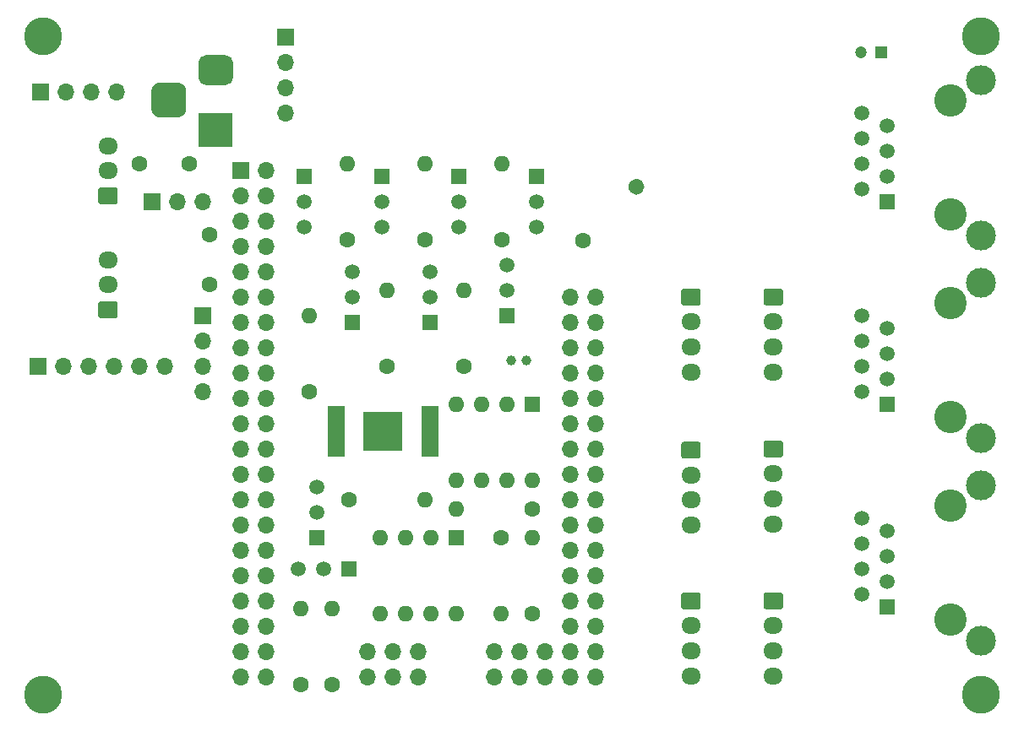
<source format=gbr>
%TF.GenerationSoftware,KiCad,Pcbnew,5.1.10-88a1d61d58~89~ubuntu20.10.1*%
%TF.CreationDate,2021-07-14T23:26:31-05:00*%
%TF.ProjectId,nutrient,6e757472-6965-46e7-942e-6b696361645f,rev?*%
%TF.SameCoordinates,Original*%
%TF.FileFunction,Soldermask,Bot*%
%TF.FilePolarity,Negative*%
%FSLAX46Y46*%
G04 Gerber Fmt 4.6, Leading zero omitted, Abs format (unit mm)*
G04 Created by KiCad (PCBNEW 5.1.10-88a1d61d58~89~ubuntu20.10.1) date 2021-07-14 23:26:31*
%MOMM*%
%LPD*%
G01*
G04 APERTURE LIST*
%ADD10C,1.200000*%
%ADD11R,1.200000X1.200000*%
%ADD12C,3.800000*%
%ADD13C,2.600000*%
%ADD14O,1.600000X1.600000*%
%ADD15C,1.600000*%
%ADD16C,1.500000*%
%ADD17R,1.500000X1.500000*%
%ADD18O,1.700000X1.700000*%
%ADD19R,1.700000X1.700000*%
%ADD20R,3.500000X3.500000*%
%ADD21O,1.950000X1.700000*%
%ADD22C,3.250000*%
%ADD23C,3.000000*%
%ADD24R,1.600000X1.600000*%
%ADD25C,1.000000*%
%ADD26R,3.960000X3.960000*%
%ADD27R,1.780000X5.080000*%
G04 APERTURE END LIST*
D10*
%TO.C,C3*%
X184055000Y-38989000D03*
D11*
X186055000Y-38989000D03*
%TD*%
D12*
%TO.C,H4*%
X196088000Y-37338000D03*
D13*
X196088000Y-37338000D03*
%TD*%
D12*
%TO.C,H3*%
X102108000Y-37338000D03*
D13*
X102108000Y-37338000D03*
%TD*%
D12*
%TO.C,H2*%
X196088000Y-103378000D03*
D13*
X196088000Y-103378000D03*
%TD*%
D12*
%TO.C,H1*%
X102108000Y-103378000D03*
D13*
X102108000Y-103378000D03*
%TD*%
D14*
%TO.C,R2*%
X131064000Y-94742000D03*
D15*
X131064000Y-102362000D03*
%TD*%
D14*
%TO.C,R1*%
X127889000Y-94742000D03*
D15*
X127889000Y-102362000D03*
%TD*%
%TO.C,C2*%
X116760000Y-50165000D03*
X111760000Y-50165000D03*
%TD*%
%TO.C,C1*%
X118745000Y-62230000D03*
X118745000Y-57230000D03*
%TD*%
D16*
%TO.C,Q6*%
X133096000Y-63500000D03*
X133096000Y-60960000D03*
D17*
X133096000Y-66040000D03*
%TD*%
D18*
%TO.C,JI2C1*%
X118110000Y-73025000D03*
X118110000Y-70485000D03*
X118110000Y-67945000D03*
D19*
X118110000Y-65405000D03*
%TD*%
D20*
%TO.C,JDC1*%
X119380000Y-46736000D03*
G36*
G01*
X118380000Y-39236000D02*
X120380000Y-39236000D01*
G75*
G02*
X121130000Y-39986000I0J-750000D01*
G01*
X121130000Y-41486000D01*
G75*
G02*
X120380000Y-42236000I-750000J0D01*
G01*
X118380000Y-42236000D01*
G75*
G02*
X117630000Y-41486000I0J750000D01*
G01*
X117630000Y-39986000D01*
G75*
G02*
X118380000Y-39236000I750000J0D01*
G01*
G37*
G36*
G01*
X113805000Y-41986000D02*
X115555000Y-41986000D01*
G75*
G02*
X116430000Y-42861000I0J-875000D01*
G01*
X116430000Y-44611000D01*
G75*
G02*
X115555000Y-45486000I-875000J0D01*
G01*
X113805000Y-45486000D01*
G75*
G02*
X112930000Y-44611000I0J875000D01*
G01*
X112930000Y-42861000D01*
G75*
G02*
X113805000Y-41986000I875000J0D01*
G01*
G37*
%TD*%
D21*
%TO.C,J8*%
X108585000Y-48340000D03*
X108585000Y-50840000D03*
G36*
G01*
X109310000Y-54190000D02*
X107860000Y-54190000D01*
G75*
G02*
X107610000Y-53940000I0J250000D01*
G01*
X107610000Y-52740000D01*
G75*
G02*
X107860000Y-52490000I250000J0D01*
G01*
X109310000Y-52490000D01*
G75*
G02*
X109560000Y-52740000I0J-250000D01*
G01*
X109560000Y-53940000D01*
G75*
G02*
X109310000Y-54190000I-250000J0D01*
G01*
G37*
%TD*%
%TO.C,J7*%
X108585000Y-59770000D03*
X108585000Y-62270000D03*
G36*
G01*
X109310000Y-65620000D02*
X107860000Y-65620000D01*
G75*
G02*
X107610000Y-65370000I0J250000D01*
G01*
X107610000Y-64170000D01*
G75*
G02*
X107860000Y-63920000I250000J0D01*
G01*
X109310000Y-63920000D01*
G75*
G02*
X109560000Y-64170000I0J-250000D01*
G01*
X109560000Y-65370000D01*
G75*
G02*
X109310000Y-65620000I-250000J0D01*
G01*
G37*
%TD*%
D18*
%TO.C,JI2C3*%
X126365000Y-45085000D03*
X126365000Y-42545000D03*
X126365000Y-40005000D03*
D19*
X126365000Y-37465000D03*
%TD*%
%TO.C,JSPI1*%
X101600000Y-70485000D03*
D18*
X104140000Y-70485000D03*
X106680000Y-70485000D03*
X109220000Y-70485000D03*
X111760000Y-70485000D03*
X114300000Y-70485000D03*
%TD*%
D22*
%TO.C,JS2*%
X193040000Y-64135000D03*
D23*
X196090000Y-62080000D03*
D22*
X193040000Y-75565000D03*
D16*
X186690000Y-71755000D03*
X186690000Y-69215000D03*
X184150000Y-70485000D03*
X186690000Y-66675000D03*
D17*
X186690000Y-74295000D03*
D16*
X184150000Y-73025000D03*
D23*
X196090000Y-77620000D03*
D16*
X184150000Y-65405000D03*
X184150000Y-67945000D03*
%TD*%
D14*
%TO.C,U1*%
X143510000Y-95250000D03*
X135890000Y-87630000D03*
X140970000Y-95250000D03*
X138430000Y-87630000D03*
X138430000Y-95250000D03*
X140970000Y-87630000D03*
X135890000Y-95250000D03*
D24*
X143510000Y-87630000D03*
%TD*%
D18*
%TO.C,JI2C2*%
X109474000Y-42926000D03*
X106934000Y-42926000D03*
X104394000Y-42926000D03*
D19*
X101854000Y-42926000D03*
%TD*%
D21*
%TO.C,J3*%
X175260000Y-86240000D03*
X175260000Y-83740000D03*
X175260000Y-81240000D03*
G36*
G01*
X174535000Y-77890000D02*
X175985000Y-77890000D01*
G75*
G02*
X176235000Y-78140000I0J-250000D01*
G01*
X176235000Y-79340000D01*
G75*
G02*
X175985000Y-79590000I-250000J0D01*
G01*
X174535000Y-79590000D01*
G75*
G02*
X174285000Y-79340000I0J250000D01*
G01*
X174285000Y-78140000D01*
G75*
G02*
X174535000Y-77890000I250000J0D01*
G01*
G37*
%TD*%
D25*
%TO.C,Y1*%
X148995000Y-69850000D03*
X150495000Y-69850000D03*
%TD*%
D21*
%TO.C,J1*%
X175260000Y-101480000D03*
X175260000Y-98980000D03*
X175260000Y-96480000D03*
G36*
G01*
X174535000Y-93130000D02*
X175985000Y-93130000D01*
G75*
G02*
X176235000Y-93380000I0J-250000D01*
G01*
X176235000Y-94580000D01*
G75*
G02*
X175985000Y-94830000I-250000J0D01*
G01*
X174535000Y-94830000D01*
G75*
G02*
X174285000Y-94580000I0J250000D01*
G01*
X174285000Y-93380000D01*
G75*
G02*
X174535000Y-93130000I250000J0D01*
G01*
G37*
%TD*%
D26*
%TO.C,BT1*%
X136144000Y-76962000D03*
D27*
X140844000Y-76962000D03*
X131444000Y-76962000D03*
%TD*%
D18*
%TO.C,XA1*%
X154940000Y-96520000D03*
X157480000Y-96520000D03*
X124460000Y-86360000D03*
X121920000Y-93980000D03*
D19*
X121920000Y-50800000D03*
D18*
X154940000Y-83820000D03*
X124460000Y-58420000D03*
X124460000Y-83820000D03*
X124460000Y-60960000D03*
X124460000Y-76200000D03*
X124460000Y-73660000D03*
X157480000Y-88900000D03*
X121920000Y-73660000D03*
X124460000Y-71120000D03*
X121920000Y-55880000D03*
X121920000Y-63500000D03*
X124460000Y-88900000D03*
X124460000Y-68580000D03*
X124460000Y-93980000D03*
X121920000Y-66040000D03*
X121920000Y-91440000D03*
X121920000Y-58420000D03*
X121920000Y-71120000D03*
X157480000Y-93980000D03*
X121920000Y-83820000D03*
X152400000Y-99060000D03*
X124460000Y-81280000D03*
X134620000Y-99060000D03*
X147320000Y-101600000D03*
X149860000Y-101600000D03*
X157480000Y-91440000D03*
X157480000Y-71120000D03*
X157480000Y-78740000D03*
X157480000Y-86360000D03*
X137160000Y-101600000D03*
X137160000Y-99060000D03*
X154940000Y-91440000D03*
X154940000Y-78740000D03*
X124460000Y-99060000D03*
X157480000Y-76200000D03*
X157480000Y-63500000D03*
X139700000Y-99060000D03*
X152400000Y-101600000D03*
X121920000Y-86360000D03*
X121920000Y-99060000D03*
X154940000Y-81280000D03*
X124460000Y-78740000D03*
X124460000Y-91440000D03*
X154940000Y-63500000D03*
X154940000Y-76200000D03*
X157480000Y-66040000D03*
X124460000Y-101600000D03*
X157480000Y-73660000D03*
X154940000Y-66040000D03*
X157480000Y-101600000D03*
X154940000Y-101600000D03*
X154940000Y-73660000D03*
X157480000Y-99060000D03*
X121920000Y-88900000D03*
X154940000Y-99060000D03*
X121920000Y-96520000D03*
X134620000Y-101600000D03*
X157480000Y-83820000D03*
X157480000Y-68580000D03*
X121920000Y-53340000D03*
X121920000Y-68580000D03*
X124460000Y-66040000D03*
X124460000Y-50800000D03*
X124460000Y-53340000D03*
X147320000Y-99060000D03*
X157480000Y-81280000D03*
X124460000Y-63500000D03*
X154940000Y-93980000D03*
X124460000Y-55880000D03*
X121920000Y-76200000D03*
X124460000Y-96520000D03*
X139700000Y-101600000D03*
X121920000Y-81280000D03*
X149860000Y-99060000D03*
X154940000Y-68580000D03*
X154940000Y-71120000D03*
X154940000Y-88900000D03*
X121920000Y-101600000D03*
X154940000Y-86360000D03*
X121920000Y-60960000D03*
X121920000Y-78740000D03*
%TD*%
D14*
%TO.C,RQ7*%
X144272000Y-62865000D03*
D15*
X144272000Y-70485000D03*
%TD*%
D16*
%TO.C,Q7*%
X148590000Y-62865000D03*
X148590000Y-60325000D03*
D17*
X148590000Y-65405000D03*
%TD*%
D22*
%TO.C,JM1*%
X193040000Y-43815000D03*
D23*
X196090000Y-41760000D03*
D22*
X193040000Y-55245000D03*
D16*
X186690000Y-51435000D03*
X186690000Y-48895000D03*
X184150000Y-50165000D03*
X186690000Y-46355000D03*
D17*
X186690000Y-53975000D03*
D16*
X184150000Y-52705000D03*
D23*
X196090000Y-57300000D03*
D16*
X184150000Y-45085000D03*
X184150000Y-47625000D03*
%TD*%
D21*
%TO.C,J2*%
X167005000Y-101480000D03*
X167005000Y-98980000D03*
X167005000Y-96480000D03*
G36*
G01*
X166280000Y-93130000D02*
X167730000Y-93130000D01*
G75*
G02*
X167980000Y-93380000I0J-250000D01*
G01*
X167980000Y-94580000D01*
G75*
G02*
X167730000Y-94830000I-250000J0D01*
G01*
X166280000Y-94830000D01*
G75*
G02*
X166030000Y-94580000I0J250000D01*
G01*
X166030000Y-93380000D01*
G75*
G02*
X166280000Y-93130000I250000J0D01*
G01*
G37*
%TD*%
D18*
%TO.C,JP1*%
X118110000Y-53975000D03*
X115570000Y-53975000D03*
D19*
X113030000Y-53975000D03*
%TD*%
D22*
%TO.C,JS1*%
X193040000Y-84455000D03*
D23*
X196090000Y-82400000D03*
D22*
X193040000Y-95885000D03*
D16*
X186690000Y-92075000D03*
X186690000Y-89535000D03*
X184150000Y-90805000D03*
X186690000Y-86995000D03*
D17*
X186690000Y-94615000D03*
D16*
X184150000Y-93345000D03*
D23*
X196090000Y-97940000D03*
D16*
X184150000Y-85725000D03*
X184150000Y-88265000D03*
%TD*%
D14*
%TO.C,RQ2*%
X132588000Y-50165000D03*
D15*
X132588000Y-57785000D03*
%TD*%
D14*
%TO.C,RQ1*%
X140335000Y-50165000D03*
D15*
X140335000Y-57785000D03*
%TD*%
D16*
%TO.C,Q2*%
X128270000Y-53975000D03*
X128270000Y-56515000D03*
D17*
X128270000Y-51435000D03*
%TD*%
D16*
%TO.C,Q1*%
X136017000Y-53975000D03*
X136017000Y-56515000D03*
D17*
X136017000Y-51435000D03*
%TD*%
D14*
%TO.C,U2*%
X151130000Y-81915000D03*
X143510000Y-74295000D03*
X148590000Y-81915000D03*
X146050000Y-74295000D03*
X146050000Y-81915000D03*
X148590000Y-74295000D03*
X143510000Y-81915000D03*
D24*
X151130000Y-74295000D03*
%TD*%
D14*
%TO.C,R3*%
X140335000Y-83820000D03*
D15*
X132715000Y-83820000D03*
%TD*%
D14*
%TO.C,R20*%
X151130000Y-87630000D03*
D15*
X151130000Y-95250000D03*
%TD*%
D14*
%TO.C,R21*%
X143510000Y-84772500D03*
D15*
X151130000Y-84772500D03*
%TD*%
D14*
%TO.C,R4*%
X147955000Y-95250000D03*
D15*
X147955000Y-87630000D03*
%TD*%
D14*
%TO.C,RQ6*%
X128778000Y-65405000D03*
D15*
X128778000Y-73025000D03*
%TD*%
D14*
%TO.C,RQ5*%
X136525000Y-62865000D03*
D15*
X136525000Y-70485000D03*
%TD*%
D14*
%TO.C,RQ4*%
X148082000Y-50165000D03*
D15*
X148082000Y-57785000D03*
%TD*%
%TO.C,RQ3*%
G36*
G01*
X160978315Y-53016685D02*
X160978315Y-53016685D01*
G75*
G02*
X160978315Y-51885315I565685J565685D01*
G01*
X160978315Y-51885315D01*
G75*
G02*
X162109685Y-51885315I565685J-565685D01*
G01*
X162109685Y-51885315D01*
G75*
G02*
X162109685Y-53016685I-565685J-565685D01*
G01*
X162109685Y-53016685D01*
G75*
G02*
X160978315Y-53016685I-565685J565685D01*
G01*
G37*
X156155846Y-57839154D03*
%TD*%
D17*
%TO.C,QSO1*%
X129540000Y-87630000D03*
D16*
X129540000Y-82550000D03*
X129540000Y-85090000D03*
%TD*%
D17*
%TO.C,QSS1*%
X132715000Y-90805000D03*
D16*
X127635000Y-90805000D03*
X130175000Y-90805000D03*
%TD*%
%TO.C,Q5*%
X140843000Y-63500000D03*
X140843000Y-60960000D03*
D17*
X140843000Y-66040000D03*
%TD*%
D16*
%TO.C,Q4*%
X143764000Y-53975000D03*
X143764000Y-56515000D03*
D17*
X143764000Y-51435000D03*
%TD*%
D16*
%TO.C,Q3*%
X151511000Y-53975000D03*
X151511000Y-56515000D03*
D17*
X151511000Y-51435000D03*
%TD*%
D21*
%TO.C,J6*%
X167005000Y-71000000D03*
X167005000Y-68500000D03*
X167005000Y-66000000D03*
G36*
G01*
X166280000Y-62650000D02*
X167730000Y-62650000D01*
G75*
G02*
X167980000Y-62900000I0J-250000D01*
G01*
X167980000Y-64100000D01*
G75*
G02*
X167730000Y-64350000I-250000J0D01*
G01*
X166280000Y-64350000D01*
G75*
G02*
X166030000Y-64100000I0J250000D01*
G01*
X166030000Y-62900000D01*
G75*
G02*
X166280000Y-62650000I250000J0D01*
G01*
G37*
%TD*%
%TO.C,J5*%
X175260000Y-71000000D03*
X175260000Y-68500000D03*
X175260000Y-66000000D03*
G36*
G01*
X174535000Y-62650000D02*
X175985000Y-62650000D01*
G75*
G02*
X176235000Y-62900000I0J-250000D01*
G01*
X176235000Y-64100000D01*
G75*
G02*
X175985000Y-64350000I-250000J0D01*
G01*
X174535000Y-64350000D01*
G75*
G02*
X174285000Y-64100000I0J250000D01*
G01*
X174285000Y-62900000D01*
G75*
G02*
X174535000Y-62650000I250000J0D01*
G01*
G37*
%TD*%
%TO.C,J4*%
X167005000Y-86360000D03*
X167005000Y-83860000D03*
X167005000Y-81360000D03*
G36*
G01*
X166280000Y-78010000D02*
X167730000Y-78010000D01*
G75*
G02*
X167980000Y-78260000I0J-250000D01*
G01*
X167980000Y-79460000D01*
G75*
G02*
X167730000Y-79710000I-250000J0D01*
G01*
X166280000Y-79710000D01*
G75*
G02*
X166030000Y-79460000I0J250000D01*
G01*
X166030000Y-78260000D01*
G75*
G02*
X166280000Y-78010000I250000J0D01*
G01*
G37*
%TD*%
M02*

</source>
